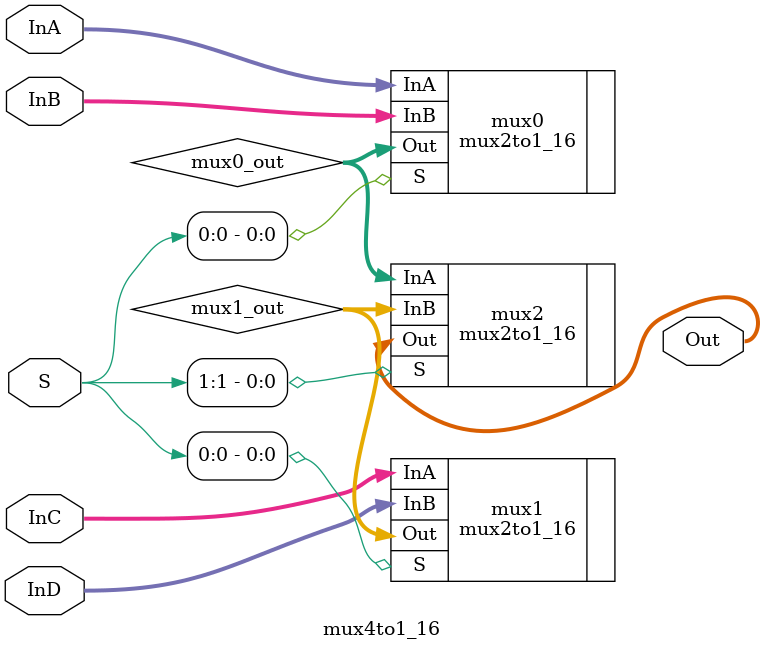
<source format=v>

module mux4to1_16(InA, InB, InC, InD, S, Out);
	input  [15:0] InA, InB, InC, InD;
	input  [1:0]  S;
	output [15:0] Out;
	
	wire [15:0] mux0_out, mux1_out;
	
	mux2to1_16 mux0(.InA(InA),      .InB(InB),      .S(S[0]), .Out(mux0_out));
	mux2to1_16 mux1(.InA(InC),      .InB(InD),      .S(S[0]), .Out(mux1_out));
	mux2to1_16 mux2(.InA(mux0_out), .InB(mux1_out), .S(S[1]), .Out(Out));

endmodule
</source>
